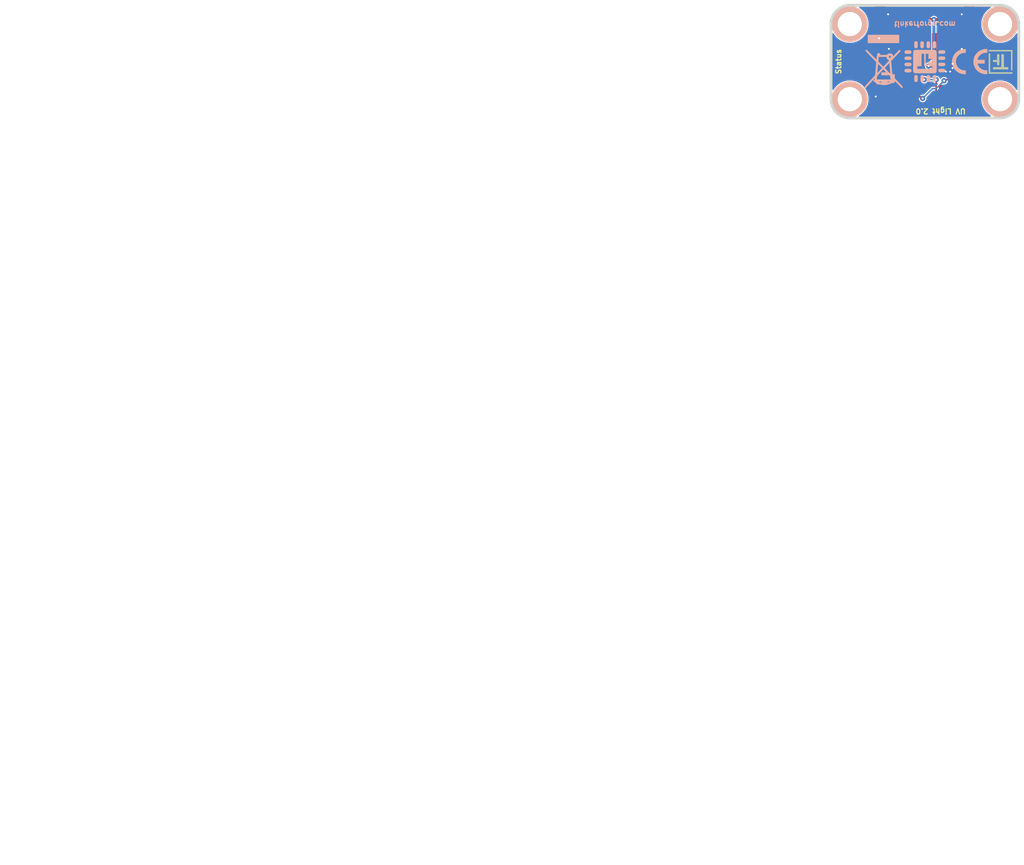
<source format=kicad_pcb>
(kicad_pcb (version 20211014) (generator pcbnew)
  (title_block (title "UV Light Bricklet") (date "2023-01-27") (rev "2.0") (company "Tinkerforge") (comment 1 "Licensed under CERN OHL v.1.1") (comment 2 "Copyright (©) 2023, T.Schneidermann <tim@tinkerforge.com>"))
  (layers (0 "F.Cu" signal) (31 "B.Cu" signal) (34 "B.Paste" user) (35 "F.Paste" user) (36 "B.SilkS" user "B.Silkscreen") (37 "F.SilkS" user "F.Silkscreen") (38 "B.Mask" user) (39 "F.Mask" user) (44 "Edge.Cuts" user))
  (net 0 "")
  (net 1 "GND")
  (net 2 "VCC")
  (net 3 "SCL")
  (net 4 "SDA")
  (net 5 "Net-(P1-Pad6)")
  (net 6 "Net-(R1-Pad1)")
  (net 7 "Net-(D1-Pad2)")
  (net 8 "Net-(P1-Pad4)")
  (net 9 "Net-(P1-Pad5)")
  (net 10 "Net-(P2-Pad1)")
  (net 11 "Net-(P3-Pad2)")
  (net 12 "S-MISO")
  (net 13 "S-MOSI")
  (net 14 "S-CLK")
  (net 15 "S-CS")
  (net 16 "Net-(C1-Pad2)")
  (net 17 "Net-(P1-Pad1)")
  (net 18 "Net-(RP2-Pad6)")
  (net 19 "Net-(RP2-Pad7)")
  (net 20 "Net-(U1-Pad2)")
  (net 21 "Net-(U1-Pad3)")
  (net 22 "Net-(U1-Pad5)")
  (net 23 "Net-(U1-Pad6)")
  (net 24 "Net-(U1-Pad8)")
  (net 25 "Net-(U1-Pad11)")
  (net 26 "Net-(U1-Pad12)")
  (net 27 "Net-(U1-Pad13)")
  (net 28 "Net-(U1-Pad14)")
  (net 29 "Net-(U1-Pad16)")
  (net 30 "ACK")
  (net 31 "Net-(U1-Pad20)")
  (net 32 "Net-(U1-Pad21)")
  (footprint "kicad-libraries:DRILL_NP" (layer "F.Cu") (at 126.9 82.9 180)
    (fp_text reference "U3" hide)
    (fp_text value "DRILL" hide)
    (pad "" np_thru_hole circle (at 0 0 180) (size 3.2 3.2) (drill 3.2) (layers F&B.Cu *.Mask) (clearance 0.89))
  )
  (footprint "kicad-libraries:DRILL_NP" (layer "F.Cu") (at 146.9 92.9 180)
    (fp_text reference "U4" hide)
    (fp_text value "DRILL" hide)
    (pad "" np_thru_hole circle (at 0 0 180) (size 3.2 3.2) (drill 3.2) (layers F&B.Cu *.Mask) (clearance 0.89))
  )
  (footprint "kicad-libraries:DRILL_NP" (layer "F.Cu") (at 146.9 82.9 180)
    (fp_text reference "U5" hide)
    (fp_text value "DRILL" hide)
    (pad "" np_thru_hole circle (at 0 0 180) (size 3.2 3.2) (drill 3.2) (layers F&B.Cu *.Mask) (clearance 0.89))
  )
  (footprint "kicad-libraries:DRILL_NP" (layer "F.Cu") (at 126.9 92.9 180)
    (fp_text reference "U6" hide)
    (fp_text value "DRILL" hide)
    (pad "" np_thru_hole circle (at 0 0 180) (size 3.2 3.2) (drill 3.2) (layers F&B.Cu *.Mask) (clearance 0.89))
  )
  (footprint "kicad-libraries:Logo_31x31" (layer "F.Cu") (at 148.56 89.51 180)
    (fp_text reference "G***" hide)
    (fp_text value "Logo_31x31" hide)
  )
  (footprint "kicad-libraries:Fiducial_Mark" (layer "F.Cu") (at 129.2 87.5 90)
    (fp_text reference "Fiducial_Mark" hide)
    (fp_text value "VAL**" hide)
    (pad "1" smd circle locked (at 0 0 90) (size 1.00076 1.00076) (layers "F.Cu" "F.Paste" "F.Mask") (clearance 0.65024))
  )
  (footprint "kicad-libraries:Fiducial_Mark" (layer "F.Cu") (at 143.4 93.9 90)
    (fp_text reference "Fiducial_Mark" hide)
    (fp_text value "VAL**" hide)
    (pad "1" smd circle locked (at 0 0 90) (size 1.00076 1.00076) (layers "F.Cu" "F.Paste" "F.Mask") (clearance 0.65024))
  )
  (footprint "kicad-libraries:C0603F" (layer "F.Cu") (at 139.1 88.5 180)
    (fp_text reference "C3")
    (fp_text value "1uF")
    (pad "1" smd rect locked (at -0.75 0 180) (size 0.9 0.9) (layers "F.Cu" "F.Paste" "F.Mask") (net 1 "GND"))
    (pad "2" smd rect locked (at 0.75 0 180) (size 0.9 0.9) (layers "F.Cu" "F.Paste" "F.Mask") (net 2 "VCC"))
  )
  (footprint "kicad-libraries:C0603F" (layer "F.Cu") (at 143.4 86.2)
    (fp_text reference "C5")
    (fp_text value "100nF")
    (pad "1" smd rect locked (at -0.75 0) (size 0.9 0.9) (layers "F.Cu" "F.Paste" "F.Mask") (net 1 "GND"))
    (pad "2" smd rect locked (at 0.75 0) (size 0.9 0.9) (layers "F.Cu" "F.Paste" "F.Mask") (net 2 "VCC"))
  )
  (footprint "kicad-libraries:D0603F" (layer "F.Cu") (at 126.6 87.9 90)
    (fp_text reference "D1")
    (fp_text value "blue")
    (pad "1" smd rect locked (at -0.75 0 90) (size 0.9 0.9) (layers "F.Cu" "F.Paste" "F.Mask") (net 2 "VCC"))
    (pad "2" smd rect locked (at 0.75 0 90) (size 0.9 0.9) (layers "F.Cu" "F.Paste" "F.Mask") (net 7 "Net-(D1-Pad2)"))
  )
  (footprint "kicad-libraries:CON-SENSOR2" (layer "F.Cu") (at 136.9 80.4 180)
    (fp_text reference "P1")
    (fp_text value "CON-SENSOR2")
    (pad "1" smd rect locked (at -3.75 -4.6 180) (size 0.6 1.8) (layers "F.Cu" "F.Paste" "F.Mask") (net 17 "Net-(P1-Pad1)"))
    (pad "2" smd rect locked (at -2.5 -4.6 180) (size 0.6 1.8) (layers "F.Cu" "F.Paste" "F.Mask") (net 1 "GND"))
    (pad "3" smd rect locked (at -1.25 -4.6 180) (size 0.6 1.8) (layers "F.Cu" "F.Paste" "F.Mask") (net 2 "VCC"))
    (pad "4" smd rect locked (at 0 -4.6 180) (size 0.6 1.8) (layers "F.Cu" "F.Paste" "F.Mask") (net 8 "Net-(P1-Pad4)"))
    (pad "5" smd rect locked (at 1.25 -4.6 180) (size 0.6 1.8) (layers "F.Cu" "F.Paste" "F.Mask") (net 9 "Net-(P1-Pad5)"))
    (pad "6" smd rect locked (at 2.5 -4.6 180) (size 0.6 1.8) (layers "F.Cu" "F.Paste" "F.Mask") (net 5 "Net-(P1-Pad6)"))
    (pad "7" smd rect locked (at 3.75 -4.6 180) (size 0.6 1.8) (layers "F.Cu" "F.Paste" "F.Mask") (net 16 "Net-(C1-Pad2)"))
    (pad "EP" smd rect locked (at -5.9 -1.2 180) (size 1.4 2.4) (layers "F.Cu" "F.Paste" "F.Mask") (net 1 "GND"))
    (pad "EP" smd rect locked (at 5.9 -1.2 180) (size 1.4 2.4) (layers "F.Cu" "F.Paste" "F.Mask") (net 1 "GND"))
  )
  (footprint "kicad-libraries:DEBUG_PAD" (layer "F.Cu") (at 136 93.7 90)
    (fp_text reference "P2")
    (fp_text value "DEBUG")
    (pad "1" smd circle locked (at 0 0 90) (size 0.7 0.7) (layers "F.Cu" "F.Paste" "F.Mask") (net 10 "Net-(P2-Pad1)"))
  )
  (footprint "kicad-libraries:SolderJumper" (layer "F.Cu") (at 130.8 85.9 -90)
    (fp_text reference "P3")
    (fp_text value "BOOT")
    (pad "1" smd rect locked (at -0.225 -0.55 270) (size 0.95 0.3) (layers "F.Cu" "F.Mask") (net 1 "GND"))
    (pad "1" smd rect locked (at -0.5 0 270) (size 0.4 1.4) (layers "F.Cu" "F.Mask") (net 1 "GND"))
    (pad "1" smd rect locked (at -0.225 0.55 270) (size 0.95 0.3) (layers "F.Cu" "F.Mask") (net 1 "GND"))
    (pad "2" smd rect locked (at 0.15 0 270) (size 0.6 0.5) (layers "F.Cu" "F.Mask") (net 11 "Net-(P3-Pad2)"))
    (pad "2" smd rect locked (at 0.55 0 270) (size 0.3 1.4) (layers "F.Cu" "F.Mask") (net 11 "Net-(P3-Pad2)"))
  )
  (footprint "kicad-libraries:R0603F" (layer "F.Cu") (at 129.4 89.9 135)
    (fp_text reference "R1")
    (fp_text value "1k")
    (pad "1" smd rect locked (at -0.75 0 135) (size 0.9 0.9) (layers "F.Cu" "F.Paste" "F.Mask") (net 6 "Net-(R1-Pad1)"))
    (pad "2" smd rect locked (at 0.75 0 135) (size 0.9 0.9) (layers "F.Cu" "F.Paste" "F.Mask") (net 7 "Net-(D1-Pad2)"))
  )
  (footprint "kicad-libraries:QFN24-4x4mm-0.5mm" (layer "F.Cu") (at 133.8 91.2 -45)
    (fp_text reference "U1")
    (fp_text value "XMC1100")
    (pad "1" smd oval locked (at -2.025 -1.25 315) (size 1 0.3) (layers "F.Cu" "F.Paste" "F.Mask") (net 12 "S-MISO"))
    (pad "2" smd oval locked (at -2.025 -0.75 315) (size 1 0.3) (layers "F.Cu" "F.Paste" "F.Mask") (net 20 "Net-(U1-Pad2)"))
    (pad "3" smd oval locked (at -2.025 -0.25 315) (size 1 0.3) (layers "F.Cu" "F.Paste" "F.Mask") (net 21 "Net-(U1-Pad3)"))
    (pad "4" smd oval locked (at -2.025 0.25 315) (size 1 0.3) (layers "F.Cu" "F.Paste" "F.Mask") (net 11 "Net-(P3-Pad2)"))
    (pad "5" smd oval locked (at -2.025 0.75 315) (size 1 0.3) (layers "F.Cu" "F.Paste" "F.Mask") (net 22 "Net-(U1-Pad5)"))
    (pad "6" smd oval locked (at -2.025 1.25 315) (size 1 0.3) (layers "F.Cu" "F.Paste" "F.Mask") (net 23 "Net-(U1-Pad6)"))
    (pad "7" smd oval locked (at -1.25 2.025 45) (size 1 0.3) (layers "F.Cu" "F.Paste" "F.Mask") (net 6 "Net-(R1-Pad1)"))
    (pad "8" smd oval locked (at -0.75 2.025 45) (size 1 0.3) (layers "F.Cu" "F.Paste" "F.Mask") (net 24 "Net-(U1-Pad8)"))
    (pad "9" smd oval locked (at -0.25 2.025 45) (size 1 0.3) (layers "F.Cu" "F.Paste" "F.Mask") (net 1 "GND"))
    (pad "10" smd oval locked (at 0.25 2.025 45) (size 1 0.3) (layers "F.Cu" "F.Paste" "F.Mask") (net 2 "VCC"))
    (pad "11" smd oval locked (at 0.75 2.025 45) (size 1 0.3) (layers "F.Cu" "F.Paste" "F.Mask") (net 25 "Net-(U1-Pad11)"))
    (pad "12" smd oval locked (at 1.25 2.025 45) (size 1 0.3) (layers "F.Cu" "F.Paste" "F.Mask") (net 26 "Net-(U1-Pad12)"))
    (pad "13" smd oval locked (at 2.025 1.25 315) (size 1 0.3) (layers "F.Cu" "F.Paste" "F.Mask") (net 27 "Net-(U1-Pad13)"))
    (pad "14" smd oval locked (at 2.025 0.75 315) (size 1 0.3) (layers "F.Cu" "F.Paste" "F.Mask") (net 28 "Net-(U1-Pad14)"))
    (pad "15" smd oval locked (at 2.025 0.25 315) (size 1 0.3) (layers "F.Cu" "F.Paste" "F.Mask") (net 10 "Net-(P2-Pad1)"))
    (pad "16" smd oval locked (at 2.025 -0.25 315) (size 1 0.3) (layers "F.Cu" "F.Paste" "F.Mask") (net 29 "Net-(U1-Pad16)"))
    (pad "17" smd oval locked (at 2.025 -0.75 315) (size 1 0.3) (layers "F.Cu" "F.Paste" "F.Mask") (net 4 "SDA"))
    (pad "18" smd oval locked (at 2.025 -1.25 315) (size 1 0.3) (layers "F.Cu" "F.Paste" "F.Mask") (net 30 "ACK"))
    (pad "19" smd oval locked (at 1.25 -2.025 45) (size 1 0.3) (layers "F.Cu" "F.Paste" "F.Mask") (net 3 "SCL"))
    (pad "20" smd oval locked (at 0.75 -2.025 45) (size 1 0.3) (layers "F.Cu" "F.Paste" "F.Mask") (net 31 "Net-(U1-Pad20)"))
    (pad "21" smd oval locked (at 0.25 -2.025 45) (size 1 0.3) (layers "F.Cu" "F.Paste" "F.Mask") (net 32 "Net-(U1-Pad21)"))
    (pad "22" smd oval locked (at -0.25 -2.025 45) (size 1 0.3) (layers "F.Cu" "F.Paste" "F.Mask") (net 15 "S-CS"))
    (pad "23" smd oval locked (at -0.75 -2.025 45) (size 1 0.3) (layers "F.Cu" "F.Paste" "F.Mask") (net 14 "S-CLK"))
    (pad "24" smd oval locked (at -1.25 -2.025 45) (size 1 0.3) (layers "F.Cu" "F.Paste" "F.Mask") (net 13 "S-MOSI"))
    (pad "EXP" smd rect locked (at -0.65 0.65 315) (size 1.3 1.3) (layers "F.Cu" "F.Paste" "F.Mask") (net 1 "GND"))
    (pad "EXP" smd rect locked (at 0.65 0.65 315) (size 1.3 1.3) (layers "F.Cu" "F.Paste" "F.Mask") (net 1 "GND"))
    (pad "EXP" smd rect locked (at 0.65 -0.65 315) (size 1.3 1.3) (layers "F.Cu" "F.Paste" "F.Mask") (net 1 "GND"))
    (pad "EXP" smd rect locked (at -0.65 -0.65 315) (size 1.3 1.3) (layers "F.Cu" "F.Paste" "F.Mask") (net 1 "GND"))
  )
  (footprint "kicad-libraries:C0805" (layer "F.Cu") (at 139.2 87 180)
    (fp_text reference "C2")
    (fp_text value "10uF")
    (pad "1" smd rect locked (at -1.00076 0 180) (size 1.00076 1.24968) (layers "F.Cu" "F.Paste" "F.Mask") (net 1 "GND") (clearance 0.14986))
    (pad "2" smd rect locked (at 1.00076 0 180) (size 1.00076 1.24968) (layers "F.Cu" "F.Paste" "F.Mask") (net 2 "VCC") (clearance 0.14986))
  )
  (footprint "kicad-libraries:C0603F" (layer "F.Cu") (at 131.4 93.6 -45)
    (fp_text reference "C4")
    (fp_text value "100nF")
    (pad "1" smd rect locked (at -0.75 0 315) (size 0.9 0.9) (layers "F.Cu" "F.Paste" "F.Mask") (net 1 "GND"))
    (pad "2" smd rect locked (at 0.75 0 315) (size 0.9 0.9) (layers "F.Cu" "F.Paste" "F.Mask") (net 2 "VCC"))
  )
  (footprint "kicad-libraries:4X0402" (layer "F.Cu") (at 134.9 87.2 180)
    (fp_text reference "RP1")
    (fp_text value "82")
    (pad "1" smd rect locked (at -0.7493 0.575) (size 0.29972 0.65) (layers "F.Cu" "F.Paste" "F.Mask") (net 8 "Net-(P1-Pad4)"))
    (pad "2" smd rect locked (at -0.24892 0.575) (size 0.29972 0.65) (layers "F.Cu" "F.Paste" "F.Mask") (net 9 "Net-(P1-Pad5)"))
    (pad "3" smd rect locked (at 0.24892 0.575) (size 0.29972 0.65) (layers "F.Cu" "F.Paste" "F.Mask") (net 5 "Net-(P1-Pad6)"))
    (pad "4" smd rect locked (at 0.7493 0.575) (size 0.29972 0.65) (layers "F.Cu" "F.Paste" "F.Mask") (net 16 "Net-(C1-Pad2)"))
    (pad "5" smd rect locked (at 0.7493 -0.575 180) (size 0.29972 0.65) (layers "F.Cu" "F.Paste" "F.Mask") (net 12 "S-MISO"))
    (pad "6" smd rect locked (at 0.24892 -0.575 180) (size 0.29972 0.65) (layers "F.Cu" "F.Paste" "F.Mask") (net 13 "S-MOSI"))
    (pad "7" smd rect locked (at -0.24892 -0.575 180) (size 0.29972 0.65) (layers "F.Cu" "F.Paste" "F.Mask") (net 14 "S-CLK"))
    (pad "8" smd rect locked (at -0.7493 -0.575 180) (size 0.29972 0.65) (layers "F.Cu" "F.Paste" "F.Mask") (net 15 "S-CS"))
  )
  (footprint "kicad-libraries:0603X4" (layer "F.Cu") (at 140.2 92.3 180)
    (fp_text reference "RP2")
    (fp_text value "2k2")
    (pad "1" smd rect locked (at 1.19888 -0.8509 180) (size 0.44958 0.89916) (layers "F.Cu" "F.Paste" "F.Mask") (net 2 "VCC"))
    (pad "2" smd rect locked (at 0.39878 -0.8509 180) (size 0.44958 0.89916) (layers "F.Cu" "F.Paste" "F.Mask") (net 2 "VCC"))
    (pad "3" smd rect locked (at -0.39878 -0.8509 180) (size 0.44958 0.89916) (layers "F.Cu" "F.Paste" "F.Mask") (net 2 "VCC"))
    (pad "4" smd rect locked (at -1.19888 -0.8509 180) (size 0.44958 0.89916) (layers "F.Cu" "F.Paste" "F.Mask") (net 2 "VCC"))
    (pad "5" smd rect locked (at -1.19888 0.8509 180) (size 0.44958 0.89916) (layers "F.Cu" "F.Paste" "F.Mask") (net 3 "SCL"))
    (pad "6" smd rect locked (at -0.39878 0.8509 180) (size 0.44958 0.89916) (layers "F.Cu" "F.Paste" "F.Mask") (net 18 "Net-(RP2-Pad6)"))
    (pad "7" smd rect locked (at 0.39878 0.8509 180) (size 0.44958 0.89916) (layers "F.Cu" "F.Paste" "F.Mask") (net 19 "Net-(RP2-Pad7)"))
    (pad "8" smd rect locked (at 1.19888 0.8509 180) (size 0.44958 0.89916) (layers "F.Cu" "F.Paste" "F.Mask") (net 4 "SDA"))
  )
  (footprint "kicad-libraries:C0402F" (layer "F.Cu") (at 132.6 86.8)
    (fp_text reference "C1")
    (fp_text value "220pF")
    (pad "1" smd rect locked (at -0.5 0) (size 0.6 0.7) (layers "F.Cu" "F.Paste" "F.Mask") (net 1 "GND"))
    (pad "2" smd rect locked (at 0.5 0) (size 0.6 0.7) (layers "F.Cu" "F.Paste" "F.Mask") (net 16 "Net-(C1-Pad2)"))
  )
  (footprint "kicad-libraries:OPLGA4" (layer "F.Cu") (at 143.4 87.9)
    (fp_text reference "U2")
    (fp_text value "VEML6075")
    (pad "1" smd rect locked (at -0.9 -0.35) (size 1 0.35) (layers "F.Cu" "F.Paste" "F.Mask") (net 1 "GND"))
    (pad "2" smd rect locked (at -0.9 0.35) (size 1 0.35) (layers "F.Cu" "F.Paste" "F.Mask") (net 4 "SDA"))
    (pad "3" smd rect locked (at 0.9 0.35) (size 1 0.35) (layers "F.Cu" "F.Paste" "F.Mask") (net 3 "SCL"))
    (pad "4" smd rect locked (at 0.9 -0.35) (size 1 0.35) (layers "F.Cu" "F.Paste" "F.Mask") (net 2 "VCC"))
  )
  (footprint "kicad-libraries:CE_5mm" (layer "B.Cu") (at 142.9 87.9)
    (fp_text reference "VAL" hide)
    (fp_text value "CE_5mm" hide)
  )
  (footprint "kicad-libraries:Logo_CoMCU" (layer "B.Cu") (at 136.9 87.9)
    (fp_text reference "G***" hide)
    (fp_text value "LOGO" hide)
  )
  (footprint "kicad-libraries:WEEE_7mm" (layer "B.Cu") (at 131.4 87.9)
    (fp_text reference "VAL" hide)
    (fp_text value "WEEE_7mm" hide)
  )
  (gr_arc (start 146.9 80.4) (mid 148.667767 81.132233) (end 149.4 82.9) (layer "Edge.Cuts") (width 0.381))
  (gr_arc (start 124.4 82.9) (mid 125.132233 81.132233) (end 126.9 80.4) (layer "Edge.Cuts") (width 0.381))
  (gr_line (start 146.9 80.4) (end 126.9 80.4) (layer "Edge.Cuts") (width 0.381))
  (gr_arc (start 149.4 92.9) (mid 148.667767 94.667767) (end 146.9 95.4) (layer "Edge.Cuts") (width 0.381))
  (gr_line (start 124.4 82.9) (end 124.4 92.9) (layer "Edge.Cuts") (width 0.381))
  (gr_line (start 126.9 95.4) (end 146.9 95.4) (layer "Edge.Cuts") (width 0.381))
  (gr_arc (start 126.9 95.4) (mid 125.132233 94.667767) (end 124.4 92.9) (layer "Edge.Cuts") (width 0.381))
  (gr_line (start 149.4 92.9) (end 149.4 82.9) (layer "Edge.Cuts") (width 0.381))
  (gr_text "tinkerforge.com" (at 136.9 82.9 180) (layer "B.SilkS") (effects (font (size 0.7 0.7)) (justify mirror)))
  (gr_text "Status" (at 125.4 87.9 90) (layer "F.SilkS") (effects (font (size 0.7 0.7))))
  (gr_text "UV Light 2.0" (at 139 94.5 180) (layer "F.SilkS") (effects (font (size 0.7 0.7))))
  (segment (start 139.4 86.09924) (end 140.30076 87) (width 0.55) (layer "F.Cu") (net 1))
  (segment (start 140.30076 87.57924) (end 139.85 88.03) (width 0.55) (layer "F.Cu") (net 1))
  (segment (start 139.85 88.03) (end 139.85 88.5) (width 0.55) (layer "F.Cu") (net 1))
  (segment (start 140.27 88.5) (end 140.58 88.19) (width 0.55) (layer "F.Cu") (net 1))
  (segment (start 140.32 88.5) (end 140.58 88.76) (width 0.55) (layer "F.Cu") (net 1))
  (segment (start 139.85 88.82) (end 140.26 89.23) (width 0.55) (layer "F.Cu") (net 1))
  (segment (start 139.85 89.06) (end 139.69 89.22) (width 0.55) (layer "F.Cu") (net 1))
  (segment (start 140.25 89.22) (end 140.26 89.23) (width 0.55) (layer "F.Cu") (net 1))
  (segment (start 140.58 88.91) (end 140.26 89.23) (width 0.55) (layer "F.Cu") (net 1))
  (segment (start 139.69 88.66) (end 139.85 88.5) (width 0.55) (layer "F.Cu") (net 1))
  (segment (start 132.204885 92.455115) (end 132.880761 91.779239) (width 0.2) (layer "F.Cu") (net 1))
  (segment (start 132.880761 91.779239) (end 132.880761 91.2) (width 0.2) (layer "F.Cu") (net 1))
  (segment (start 132.191332 92.468668) (end 131.79 92.87) (width 0.2) (layer "F.Cu") (net 1))
  (segment (start 131.79 92.87) (end 131.06934 92.87) (width 0.2) (layer "F.Cu") (net 1))
  (segment (start 131.06934 92.87) (end 130.86967 93.06967) (width 0.2) (layer "F.Cu") (net 1))
  (segment (start 142.5 86.35) (end 142.65 86.2) (width 0.25) (layer "F.Cu") (net 1))
  (segment (start 140.58 88.76) (end 140.58 88.91) (width 0.55) (layer "F.Cu") (net 1))
  (segment (start 131 81.6) (end 132 81.6) (width 0.55) (layer "F.Cu") (net 1))
  (segment (start 140.32 88.5) (end 139.85 88.5) (width 0.55) (layer "F.Cu") (net 1))
  (segment (start 139.4 85) (end 139.4 86.09924) (width 0.55) (layer "F.Cu") (net 1))
  (segment (start 140.58 88.19) (end 140.58 88.76) (width 0.55) (layer "F.Cu") (net 1))
  (segment (start 139.85 89.06) (end 139.85 88.5) (width 0.55) (layer "F.Cu") (net 1))
  (segment (start 132.191332 92.455115) (end 132.191332 92.468668) (width 0.2) (layer "F.Cu") (net 1))
  (segment (start 130.86967 93.06967) (end 130.35 92.55) (width 0.55) (layer "F.Cu") (net 1))
  (segment (start 133.8 92.119239) (end 132.880761 91.2) (width 0.3) (layer "F.Cu") (net 1))
  (segment (start 142.65 86.2) (end 141.8 86.2) (width 0.3) (layer "F.Cu") (net 1))
  (segment (start 133.8 90.280761) (end 134.719239 91.2) (width 0.3) (layer "F.Cu") (net 1))
  (segment (start 142.8 81.6) (end 141.8 81.6) (width 0.55) (layer "F.Cu") (net 1))
  (segment (start 132.1 86.8) (end 132.1 86.2) (width 0.55) (layer "F.Cu") (net 1))
  (segment (start 132.880761 91.2) (end 133.8 90.280761) (width 0.3) (layer "F.Cu") (net 1))
  (segment (start 134.719239 91.2) (end 133.8 92.119239) (width 0.3) (layer "F.Cu") (net 1))
  (segment (start 130.8 85.4) (end 130.8 84.8) (width 0.3) (layer "F.Cu") (net 1))
  (segment (start 139.69 89.22) (end 139.69 88.66) (width 0.55) (layer "F.Cu") (net 1))
  (segment (start 139.69 89.22) (end 140.25 89.22) (width 0.55) (layer "F.Cu") (net 1))
  (segment (start 142.5 87.55) (end 142.5 86.35) (width 0.25) (layer "F.Cu") (net 1))
  (segment (start 140.30076 87) (end 140.30076 87.57924) (width 0.55) (layer "F.Cu") (net 1))
  (segment (start 132.191332 92.455115) (end 132.204885 92.455115) (width 0.2) (layer "F.Cu") (net 1))
  (via (at 130.8 84.8) (size 0.55) (drill 0.25) (layers "F.Cu" "B.Cu") (net 1))
  (via (at 132.1 86.2) (size 0.55) (drill 0.25) (layers "F.Cu" "B.Cu") (net 1))
  (via (at 140.58 88.76) (size 0.55) (drill 0.25) (layers "F.Cu" "B.Cu") (net 1))
  (via (at 141.8 86.2) (size 0.7) (drill 0.25) (layers "F.Cu" "B.Cu") (net 1))
  (via (at 130.35 92.55) (size 0.55) (drill 0.25) (layers "F.Cu" "B.Cu") (net 1))
  (via (at 139.69 89.22) (size 0.55) (drill 0.25) (layers "F.Cu" "B.Cu") (net 1))
  (via (at 132 81.6) (size 0.55) (drill 0.25) (layers "F.Cu" "B.Cu") (net 1))
  (via (at 140.26 89.23) (size 0.55) (drill 0.25) (layers "F.Cu" "B.Cu") (net 1))
  (via (at 140.58 88.19) (size 0.55) (drill 0.25) (layers "F.Cu" "B.Cu") (net 1))
  (via (at 141.8 81.6) (size 0.55) (drill 0.25) (layers "F.Cu" "B.Cu") (net 1))
  (segment (start 138.15 86.85076) (end 138.29924 87) (width 0.55) (layer "F.Cu") (net 2))
  (segment (start 138.29924 88.44924) (end 138.35 88.5) (width 0.55) (layer "F.Cu") (net 2))
  (segment (start 126.69 88.65) (end 129.71 91.67) (width 0.3) (layer "F.Cu") (net 2))
  (segment (start 129.71 91.67) (end 129.71 93.22) (width 0.3) (layer "F.Cu") (net 2))
  (segment (start 129.71 93.22) (end 130.96 94.47) (width 0.3) (layer "F.Cu") (net 2))
  (segment (start 130.96 94.47) (end 131.59066 94.47) (width 0.3) (layer "F.Cu") (net 2))
  (segment (start 131.59066 94.47) (end 131.93033 94.13033) (width 0.3) (layer "F.Cu") (net 2))
  (segment (start 132.544885 92.825115) (end 132.18 93.19) (width 0.2) (layer "F.Cu") (net 2))
  (segment (start 132.18 93.19) (end 132.18 93.88066) (width 0.2) (layer "F.Cu") (net 2))
  (segment (start 132.18 93.88066) (end 131.93033 94.13033) (width 0.2) (layer "F.Cu") (net 2))
  (segment (start 144.3 86.35) (end 144.15 86.2) (width 0.25) (layer "F.Cu") (net 2))
  (segment (start 140.7 82.3) (end 144.15 85.75) (width 0.4) (layer "F.Cu") (net 2))
  (segment (start 140.7 82.3) (end 138.1 82.3) (width 0.4) (layer "F.Cu") (net 2))
  (segment (start 132.3 94.5) (end 138.5 94.5) (width 0.3) (layer "F.Cu") (net 2))
  (segment (start 140.7 94.5) (end 141.39888 93.80112) (width 0.3) (layer "F.Cu") (net 2))
  (segment (start 141.39888 93.80112) (end 141.39888 93.1509) (width 0.3) (layer "F.Cu") (net 2))
  (segment (start 139.00112 93.99888) (end 138.5 94.5) (width 0.3) (layer "F.Cu") (net 2))
  (segment (start 138.5 94.5) (end 139.3 94.5) (width 0.3) (layer "F.Cu") (net 2))
  (segment (start 139.80122 93.99878) (end 139.3 94.5) (width 0.3) (layer "F.Cu") (net 2))
  (segment (start 139.3 94.5) (end 140 94.5) (width 0.3) (layer "F.Cu") (net 2))
  (segment (start 140.59878 93.90122) (end 140 94.5) (width 0.3) (layer "F.Cu") (net 2))
  (segment (start 140 94.5) (end 140.7 94.5) (width 0.3) (layer "F.Cu") (net 2))
  (segment (start 139.00112 93.1509) (end 139.00112 93.99888) (width 0.3) (layer "F.Cu") (net 2))
  (segment (start 133.4 82.3) (end 138.1 82.3) (width 0.4) (layer "F.Cu") (net 2))
  (segment (start 126.6 88.65) (end 126.15 88.65) (width 0.4) (layer "F.Cu") (net 2))
  (segment (start 125.4 87.9) (end 125.4 86.3) (width 0.4) (layer "F.Cu") (net 2))
  (segment (start 138.29924 87) (end 138.29924 88.44924) (width 0.55) (layer "F.Cu") (net 2))
  (segment (start 128.7 86) (end 131 83.7) (width 0.4) (layer "F.Cu") (net 2))
  (segment (start 131.93033 94.13033) (end 132.3 94.5) (width 0.3) (layer "F.Cu") (net 2))
  (segment (start 132.544885 92.808668) (end 132.544885 92.825115) (width 0.2) (layer "F.Cu") (net 2))
  (segment (start 125.4 86.3) (end 125.7 86) (width 0.4) (layer "F.Cu") (net 2))
  (segment (start 126.6 88.65) (end 126.69 88.65) (width 0.3) (layer "F.Cu") (net 2))
  (segment (start 132 83.7) (end 133.4 82.3) (width 0.4) (layer "F.Cu") (net 2))
  (segment (start 144.15 86.2) (end 144.15 85.75) (width 0.4) (layer "F.Cu") (net 2))
  (segment (start 131 83.7) (end 132 83.7) (width 0.4) (layer "F.Cu") (net 2))
  (segment (start 138.35 88.5) (end 137.4 88.5) (width 0.4) (layer "F.Cu") (net 2))
  (segment (start 125.7 86) (end 128.7 86) (width 0.4) (layer "F.Cu") (net 2))
  (segment (start 138.15 85) (end 138.15 86.85076) (width 0.55) (layer "F.Cu") (net 2))
  (segment (start 126.15 88.65) (end 125.4 87.9) (width 0.4) (layer "F.Cu") (net 2))
  (segment (start 144.3 87.55) (end 144.3 86.35) (width 0.25) (layer "F.Cu") (net 2))
  (segment (start 139.80122 93.1509) (end 139.80122 93.99878) (width 0.3) (layer "F.Cu") (net 2))
  (segment (start 140.59878 93.1509) (end 140.59878 93.90122) (width 0.3) (layer "F.Cu") (net 2))
  (via (at 137.4 88.5) (size 0.7) (drill 0.25) (layers "F.Cu" "B.Cu") (net 2))
  (via (at 138.1 82.3) (size 0.7) (drill 0.25) (layers "F.Cu" "B.Cu") (net 2))
  (segment (start 138.1 87.8) (end 137.4 88.5) (width 0.4) (layer "B.Cu") (net 2))
  (segment (start 138.1 82.3) (end 138.1 87.8) (width 0.4) (layer "B.Cu") (net 2))
  (segment (start 144.3 89.4) (end 143.8 89.9) (width 0.2) (layer "F.Cu") (net 3))
  (segment (start 143.8 89.9) (end 142.6 89.9) (width 0.2) (layer "F.Cu") (net 3))
  (segment (start 142.6 89.9) (end 141.39888 91.10112) (width 0.2) (layer "F.Cu") (net 3))
  (segment (start 141.39888 91.10112) (end 141.39888 91.4491) (width 0.25) (layer "F.Cu") (net 3))
  (segment (start 136.8 90.3) (end 136.467767 90.3) (width 0.25) (layer "F.Cu") (net 3))
  (segment (start 141.39888 92.00112) (end 141.1 92.3) (width 0.2) (layer "F.Cu") (net 3))
  (segment (start 141.1 92.3) (end 138.6 92.3) (width 0.2) (layer "F.Cu") (net 3))
  (segment (start 138.6 92.3) (end 138.4 92.1) (width 0.2) (layer "F.Cu") (net 3))
  (segment (start 138.4 92.1) (end 138.4 90.3) (width 0.2) (layer "F.Cu") (net 3))
  (segment (start 136.115775 90.651992) (end 136.467767 90.3) (width 0.25) (layer "F.Cu") (net 3))
  (segment (start 141.39888 91.4491) (end 141.39888 92.00112) (width 0.2) (layer "F.Cu") (net 3))
  (segment (start 144.3 88.25) (end 144.3 89.4) (width 0.2) (layer "F.Cu") (net 3))
  (via (at 138.4 90.3) (size 0.7) (drill 0.25) (layers "F.Cu" "B.Cu") (net 3))
  (via (at 136.8 90.3) (size 0.7) (drill 0.25) (layers "F.Cu" "B.Cu") (net 3))
  (segment (start 138.4 90.3) (end 136.8 90.3) (width 0.2) (layer "B.Cu") (net 3))
  (segment (start 142.5 89.3) (end 141.5 90.3) (width 0.2) (layer "F.Cu") (net 4))
  (segment (start 141.5 90.3) (end 139.6 90.3) (width 0.2) (layer "F.Cu") (net 4))
  (segment (start 139.6 90.3) (end 139.45 90.45) (width 0.25) (layer "F.Cu") (net 4))
  (segment (start 139.00112 90.89888) (end 139.00112 91.4491) (width 0.2) (layer "F.Cu") (net 4))
  (segment (start 136.46066 92.8) (end 136.6 92.8) (width 0.25) (layer "F.Cu") (net 4))
  (segment (start 139.45 90.45) (end 139.00112 90.89888) (width 0.2) (layer "F.Cu") (net 4))
  (segment (start 142.5 88.25) (end 142.5 89.3) (width 0.2) (layer "F.Cu") (net 4))
  (segment (start 135.762221 92.101561) (end 136.46066 92.8) (width 0.25) (layer "F.Cu") (net 4))
  (via (at 139.45 90.45) (size 0.7) (drill 0.25) (layers "F.Cu" "B.Cu") (net 4))
  (via (at 136.6 92.8) (size 0.7) (drill 0.25) (layers "F.Cu" "B.Cu") (net 4))
  (segment (start 138.4 91.5) (end 139.45 90.45) (width 0.2) (layer "B.Cu") (net 4))
  (segment (start 138.4 91.5) (end 137.9 91.5) (width 0.2) (layer "B.Cu") (net 4))
  (segment (start 137.9 91.5) (end 136.6 92.8) (width 0.2) (layer "B.Cu") (net 4))
  (segment (start 134.65108 86.15108) (end 134.4 85.9) (width 0.2) (layer "F.Cu") (net 5))
  (segment (start 134.4 85.9) (end 134.4 85) (width 0.2) (layer "F.Cu") (net 5))
  (segment (start 134.65108 86.625) (end 134.65108 86.15108) (width 0.2) (layer "F.Cu") (net 5))
  (segment (start 134.4 85) (end 134.4 85.8) (width 0.2) (layer "F.Cu") (net 5))
  (segment (start 131.484225 91.734225) (end 130.19033 90.44033) (width 0.2) (layer "F.Cu") (net 6))
  (segment (start 130.19033 90.44033) (end 129.93033 90.44033) (width 0.3) (layer "F.Cu") (net 6))
  (segment (start 131.484225 91.748008) (end 131.484225 91.734225) (width 0.3) (layer "F.Cu") (net 6))
  (segment (start 128.86967 89.35967) (end 127.55 88.04) (width 0.2) (layer "F.Cu") (net 7))
  (segment (start 127.55 88.04) (end 127.55 87.58) (width 0.2) (layer "F.Cu") (net 7))
  (segment (start 127.55 87.58) (end 127.12 87.15) (width 0.2) (layer "F.Cu") (net 7))
  (segment (start 127.12 87.15) (end 126.6 87.15) (width 0.2) (layer "F.Cu") (net 7))
  (segment (start 135.6493 86.4507) (end 135.9 86.2) (width 0.2) (layer "F.Cu") (net 8))
  (segment (start 135.9 86.2) (end 136.7 86.2) (width 0.2) (layer "F.Cu") (net 8))
  (segment (start 136.7 86.2) (end 136.9 86) (width 0.2) (layer "F.Cu") (net 8))
  (segment (start 136.9 86) (end 136.9 85) (width 0.2) (layer "F.Cu") (net 8))
  (segment (start 135.6493 86.625) (end 135.6493 86.4507) (width 0.2) (layer "F.Cu") (net 8))
  (segment (start 135.14892 86.25108) (end 135.65 85.75) (width 0.2) (layer "F.Cu") (net 9))
  (segment (start 135.65 85.75) (end 135.65 85) (width 0.2) (layer "F.Cu") (net 9))
  (segment (start 135.14892 86.625) (end 135.14892 86.25108) (width 0.2) (layer "F.Cu") (net 9))
  (segment (start 135.65 85) (end 135.65 85.75) (width 0.2) (layer "F.Cu") (net 9))
  (segment (start 135.926447 93.68) (end 135.055115 92.808668) (width 0.2) (layer "F.Cu") (net 10))
  (segment (start 135.97 93.68) (end 135.926447 93.68) (width 0.2) (layer "F.Cu") (net 10))
  (segment (start 132.23 89.98) (end 132.191332 89.944885) (width 0.2) (layer "F.Cu") (net 11))
  (segment (start 130.8 86.45) (end 130.8 88.55) (width 0.2) (layer "F.Cu") (net 11))
  (segment (start 130.8 88.55) (end 132.23 89.98) (width 0.2) (layer "F.Cu") (net 11))
  (segment (start 134.1507 88.1493) (end 133.415775 88.884225) (width 0.2) (layer "F.Cu") (net 12))
  (segment (start 133.415775 88.884225) (end 133.251992 88.884225) (width 0.2) (layer "F.Cu") (net 12))
  (segment (start 134.1507 87.775) (end 134.1507 88.1493) (width 0.2) (layer "F.Cu") (net 12))
  (segment (start 134.65108 88.581153) (end 134.65108 87.775) (width 0.2) (layer "F.Cu") (net 13))
  (segment (start 134.348008 88.884225) (end 134.65108 88.581153) (width 0.2) (layer "F.Cu") (net 13))
  (segment (start 135.14892 88.79042) (end 135.14892 87.775) (width 0.2) (layer "F.Cu") (net 14))
  (segment (start 134.701561 89.237779) (end 135.14892 88.79042) (width 0.2) (layer "F.Cu") (net 14))
  (segment (start 135.6493 88.997147) (end 135.6493 87.775) (width 0.2) (layer "F.Cu") (net 15))
  (segment (start 135.055115 89.591332) (end 135.6493 88.997147) (width 0.2) (layer "F.Cu") (net 15))
  (segment (start 133.325 86.725) (end 133.25 86.8) (width 0.2) (layer "F.Cu") (net 16))
  (segment (start 133.15 86.7) (end 133.25 86.8) (width 0.2) (layer "F.Cu") (net 16))
  (segment (start 133.425 86.625) (end 133.25 86.8) (width 0.2) (layer "F.Cu") (net 16))
  (segment (start 133.15 85) (end 133.15 86.7) (width 0.2) (layer "F.Cu") (net 16))
  (segment (start 134.1507 86.625) (end 133.425 86.625) (width 0.2) (layer "F.Cu") (net 16))
  (zone (net 1) (net_name "GND") (layer "B.Cu") (connect_pads yes (clearance 0.15)) (min_thickness 0.1778) (fill yes (thermal_gap 0.381) (thermal_bridge_width 0.381))
    (polygon (pts (xy 149.4 80.4) (xy 149.4 95.4) (xy 124.4 95.4) (xy 124.4 80.4)))
  )
)
</source>
